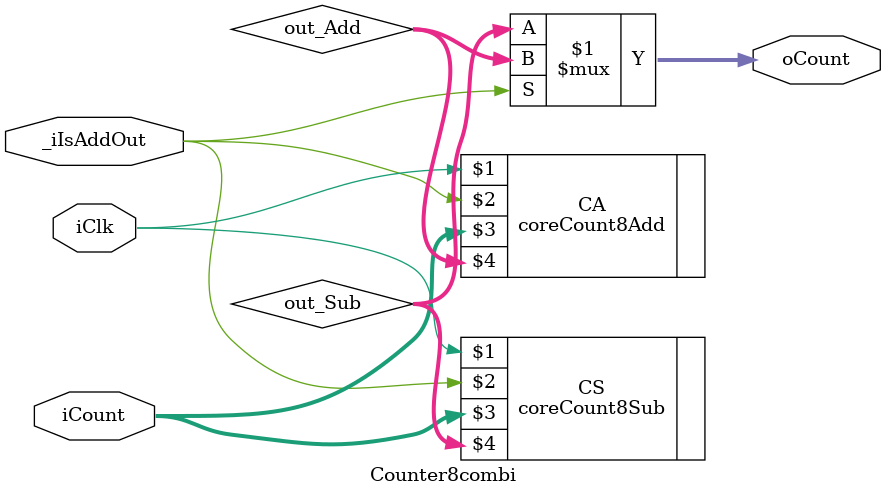
<source format=v>
`include "coreCount8Add.v"
`include "coreCount8Sub.v"

module Counter8combi(iClk, _iIsAddOut, iCount, oCount);
parameter CountWidth = 8;

input iClk, _iIsAddOut;
input  [CountWidth-1:0] iCount;
output [CountWidth-1:0] oCount;

wire [CountWidth-1:0] out_Add, out_Sub;

assign oCount = (_iIsAddOut)? out_Add: out_Sub;
		//h. _updown indicates whether the counter 
		//   is counted upward (when high) or downward (when low).
coreCount8Add CA(iClk, _iIsAddOut, iCount, out_Add);
coreCount8Sub CS(iClk, _iIsAddOut, iCount, out_Sub);

endmodule

</source>
